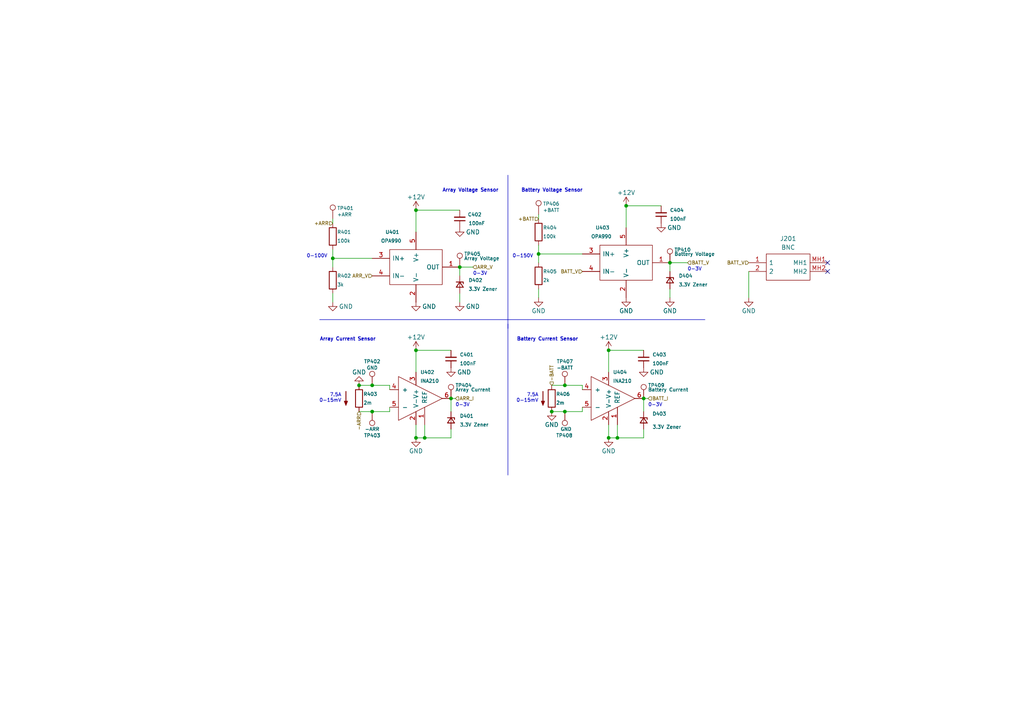
<source format=kicad_sch>
(kicad_sch (version 20230121) (generator eeschema)
  (paper "A4")
  (title_block (title "MPPT") (date "2023-01-30") (rev "v0.0.0") (comment 1 "Nishant Gupta") (comment 2 "Jacob Pustilnik"))
  (lib_symbols
    (symbol "CONBNC002:CONBNC002" (pin_names (offset 0.762))
      (property "Reference" "J" (at 19.05 7.62 0))
      (property "Value" "CONBNC002" (at 19.05 5.08 0))
      (symbol "CONBNC002_0_0"
        (pin passive line (at 0 0 0) (length 5.08) (name "1") (number "1"))
        (pin passive line (at 0 -2.54 0) (length 5.08) (name "2") (number "2"))
        (pin passive line (at 22.86 0 180) (length 5.08) (name "MH1") (number "MH1"))
        (pin passive line (at 22.86 -2.54 180) (length 5.08) (name "MH2") (number "MH2"))
      )
      (symbol "CONBNC002_0_1"
        (polyline (pts (xy 5.08 2.54) (xy 17.78 2.54) (xy 17.78 -5.08) (xy 5.08 -5.08) (xy 5.08 2.54)) (stroke (width 0.1524)))
      )
    )
    (symbol "Connector:TestPoint" (pin_numbers hide) (pin_names (offset 0.762) hide)
      (property "Reference" "TP" (at 0 6.858 0))
      (property "Value" "TestPoint" (at 0 5.08 0))
      (symbol "TestPoint_0_1"
        (circle (center 0 3.302) (radius 0.762))
      )
      (symbol "TestPoint_1_1"
        (pin passive line (at 0 0 90) (length 2.54) (name "1") (number "1"))
      )
    )
    (symbol "Device:C_Small" (pin_numbers hide) (pin_names (offset 0.254) hide)
      (property "Reference" "C" (at 0.254 1.778 0))
      (property "Value" "C_Small" (at 0.254 -2.032 0))
      (symbol "C_Small_0_1"
        (polyline (pts (xy -1.524 -0.508) (xy 1.524 -0.508)) (stroke (width 0.3302)))
        (polyline (pts (xy -1.524 0.508) (xy 1.524 0.508)) (stroke (width 0.3048)))
      )
      (symbol "C_Small_1_1"
        (pin passive line (at 0 2.54 270) (length 2.032) (name "~") (number "1"))
        (pin passive line (at 0 -2.54 90) (length 2.032) (name "~") (number "2"))
      )
    )
    (symbol "Device:D_Zener_Small" (pin_numbers hide) (pin_names (offset 0.254) hide)
      (property "Reference" "D" (at 0 2.286 0))
      (property "Value" "D_Zener_Small" (at 0 -2.286 0))
      (symbol "D_Zener_Small_0_1"
        (polyline (pts (xy 0.762 0) (xy -0.762 0)))
        (polyline (pts (xy -0.254 1.016) (xy -0.762 1.016) (xy -0.762 -1.016)) (stroke (width 0.254)))
        (polyline (pts (xy 0.762 1.016) (xy -0.762 0) (xy 0.762 -1.016) (xy 0.762 1.016)) (stroke (width 0.254)))
      )
      (symbol "D_Zener_Small_1_1"
        (pin passive line (at -2.54 0 0) (length 1.778) (name "K") (number "1"))
        (pin passive line (at 2.54 0 180) (length 1.778) (name "A") (number "2"))
      )
    )
    (symbol "Device:R" (pin_numbers hide) (pin_names (offset 0))
      (property "Reference" "R" (at 2.032 0 90))
      (property "Value" "R" (at 0 0 90))
      (symbol "R_0_1"
        (rectangle (start -1.016 -2.54) (end 1.016 2.54) (stroke (width 0.254)))
      )
      (symbol "R_1_1"
        (pin passive line (at 0 3.81 270) (length 1.27) (name "~") (number "1"))
        (pin passive line (at 0 -3.81 90) (length 1.27) (name "~") (number "2"))
      )
    )
    (symbol "GND_1" (power) (pin_names (offset 0))
      (property "Value" "GND_1" (at 0 -3.81 0))
      (symbol "GND_1_0_1"
        (polyline (pts (xy 0 0) (xy 0 -1.27) (xy 1.27 -1.27) (xy 0 -2.54) (xy -1.27 -1.27) (xy 0 -1.27)))
      )
      (symbol "GND_1_1_1"
        (pin power_in line (at 0 0 270) (length 0) hide (name "GND") (number "1"))
      )
    )
    (symbol "Graphic:SYM_Arrow_Small" (in_bom no) (on_board no)
      (symbol "SYM_Arrow_Small_0_1"
        (polyline (pts (xy 1.524 0) (xy -2.032 0)) (stroke (width 0.254)))
        (polyline (pts (xy 2.032 0) (xy 0.762 -0.508) (xy 0.762 0.508) (xy 2.032 0)) (fill (type outline)))
      )
    )
    (symbol "MPPT:OP_AMP_INA21x" (pin_names (offset 1.016))
      (property "Reference" "U" (at 5.08 -5.08 0))
      (property "Value" "OP_AMP_INA21x" (at 1.27 5.08 0))
      (symbol "OP_AMP_INA21x_0_1"
        (polyline (pts (xy -5.08 6.35) (xy 7.62 0) (xy -5.08 -6.35) (xy -5.08 6.35)))
      )
      (symbol "OP_AMP_INA21x_1_1"
        (pin input line (at 2.54 -7.62 90) (length 5.08) (name "REF") (number "1"))
        (pin power_in line (at 0 -7.62 90) (length 3.81) (name "V-") (number "2"))
        (pin power_in line (at 0 7.62 270) (length 3.81) (name "V+") (number "3"))
        (pin input line (at -7.62 2.54 0) (length 2.54) (name "+") (number "4"))
        (pin input line (at -7.62 -2.54 0) (length 2.54) (name "-") (number "5"))
        (pin output line (at 10.16 0 180) (length 2.54) (name "~") (number "6"))
      )
    )
    (symbol "OPA990IDCKR:OPA990IDCKR" (pin_names (offset 0.762))
      (property "Reference" "IC" (at 21.59 7.62 0))
      (property "Value" "OPA990IDCKR" (at 21.59 5.08 0))
      (symbol "OPA990IDCKR_0_0"
        (pin passive line (at 25.4 -2.54 180) (length 5.08) (name "OUT") (number "1"))
        (pin passive line (at 12.7 -12.7 90) (length 5.08) (name "V-") (number "2"))
        (pin passive line (at 0 0 0) (length 5.08) (name "IN+") (number "3"))
        (pin passive line (at 0 -5.08 0) (length 5.08) (name "IN-") (number "4"))
        (pin passive line (at 12.7 7.62 270) (length 5.08) (name "V+") (number "5"))
      )
      (symbol "OPA990IDCKR_0_1"
        (polyline (pts (xy 5.08 2.54) (xy 20.32 2.54) (xy 20.32 -7.62) (xy 5.08 -7.62) (xy 5.08 2.54)) (stroke (width 0.1524)))
      )
    )
    (symbol "power:+12V" (power) (pin_names (offset 0))
      (property "Value" "+12V" (at 0 3.556 0))
      (symbol "+12V_0_1"
        (polyline (pts (xy -0.762 1.27) (xy 0 2.54)))
        (polyline (pts (xy 0 0) (xy 0 2.54)))
        (polyline (pts (xy 0 2.54) (xy 0.762 1.27)))
      )
      (symbol "+12V_1_1"
        (pin power_in line (at 0 0 90) (length 0) hide (name "+12V") (number "1"))
      )
    )
  )
  (junction (at 156.21 73.66))
  (junction (at 130.81 115.57))
  (junction (at 176.53 101.6))
  (junction (at 120.65 101.6))
  (junction (at 181.61 59.69))
  (junction (at 176.53 127))
  (junction (at 179.07 127))
  (junction (at 163.83 111.76))
  (junction (at 186.69 115.57))
  (junction (at 107.95 111.76))
  (junction (at 120.65 60.96))
  (junction (at 133.35 77.47))
  (junction (at 96.52 74.93))
  (junction (at 163.83 119.38))
  (junction (at 104.14 111.76))
  (junction (at 194.31 76.2))
  (junction (at 123.19 127))
  (junction (at 120.65 127))
  (junction (at 160.02 119.38))
  (junction (at 107.95 119.38))
  (no_connect (at 240.03 76.2))
  (no_connect (at 240.03 78.74))
  (wire (pts (xy 96.52 63.5) (xy 96.52 64.77)))
  (wire (pts (xy 176.53 101.6) (xy 176.53 107.95)))
  (wire (pts (xy 130.81 115.57) (xy 130.81 119.38)))
  (wire (pts (xy 160.02 111.76) (xy 163.83 111.76)))
  (wire (pts (xy 194.31 76.2) (xy 199.39 76.2)))
  (wire (pts (xy 120.65 60.96) (xy 120.65 67.31)))
  (wire (pts (xy 120.65 101.6) (xy 120.65 107.95)))
  (wire (pts (xy 120.65 123.19) (xy 120.65 127)))
  (wire (pts (xy 217.17 78.74) (xy 217.17 86.36)))
  (wire (pts (xy 120.65 101.6) (xy 130.81 101.6)))
  (wire (pts (xy 132.08 115.57) (xy 130.81 115.57)))
  (wire (pts (xy 179.07 123.19) (xy 179.07 127)))
  (wire (pts (xy 113.03 119.38) (xy 107.95 119.38)))
  (wire (pts (xy 176.53 127) (xy 179.07 127)))
  (wire (pts (xy 160.02 119.38) (xy 163.83 119.38)))
  (wire (pts (xy 156.21 73.66) (xy 168.91 73.66)))
  (wire (pts (xy 176.53 101.6) (xy 186.69 101.6)))
  (wire (pts (xy 181.61 59.69) (xy 181.61 66.04)))
  (wire (pts (xy 156.21 73.66) (xy 156.21 76.2)))
  (wire (pts (xy 123.19 127) (xy 130.81 127)))
  (wire (pts (xy 96.52 85.09) (xy 96.52 87.63)))
  (wire (pts (xy 96.52 74.93) (xy 96.52 77.47)))
  (wire (pts (xy 107.95 111.76) (xy 104.14 111.76)))
  (wire (pts (xy 186.69 124.46) (xy 186.69 127)))
  (wire (pts (xy 133.35 77.47) (xy 137.16 77.47)))
  (wire (pts (xy 176.53 123.19) (xy 176.53 127)))
  (wire (pts (xy 186.69 115.57) (xy 186.69 119.38)))
  (wire (pts (xy 181.61 59.69) (xy 191.77 59.69)))
  (wire (pts (xy 133.35 80.01) (xy 133.35 77.47)))
  (wire (pts (xy 194.31 76.2) (xy 194.31 78.74)))
  (wire (pts (xy 107.95 111.76) (xy 113.03 111.76)))
  (wire (pts (xy 156.21 62.23) (xy 156.21 63.5)))
  (wire (pts (xy 168.91 113.03) (xy 168.91 111.76)))
  (wire (pts (xy 133.35 85.09) (xy 133.35 87.63)))
  (wire (pts (xy 194.31 83.82) (xy 194.31 86.36)))
  (wire (pts (xy 113.03 118.11) (xy 113.03 119.38)))
  (wire (pts (xy 107.95 119.38) (xy 104.14 119.38)))
  (polyline (pts (xy 147.32 92.71) (xy 147.32 95.25)))
  (wire (pts (xy 120.65 127) (xy 123.19 127)))
  (wire (pts (xy 123.19 123.19) (xy 123.19 127)))
  (wire (pts (xy 187.96 115.57) (xy 186.69 115.57)))
  (polyline (pts (xy 92.71 92.71) (xy 204.47 92.71)))
  (wire (pts (xy 130.81 124.46) (xy 130.81 127)))
  (wire (pts (xy 113.03 113.03) (xy 113.03 111.76)))
  (wire (pts (xy 156.21 83.82) (xy 156.21 86.36)))
  (wire (pts (xy 156.21 71.12) (xy 156.21 73.66)))
  (wire (pts (xy 96.52 74.93) (xy 107.95 74.93)))
  (wire (pts (xy 120.65 60.96) (xy 133.35 60.96)))
  (polyline (pts (xy 147.32 93.98) (xy 147.32 137.795)))
  (wire (pts (xy 96.52 72.39) (xy 96.52 74.93)))
  (wire (pts (xy 168.91 118.11) (xy 168.91 119.38)))
  (polyline (pts (xy 147.32 50.8) (xy 147.32 92.71)))
  (wire (pts (xy 179.07 127) (xy 186.69 127)))
  (wire (pts (xy 163.83 111.76) (xy 168.91 111.76)))
  (wire (pts (xy 163.83 119.38) (xy 168.91 119.38)))
  (text "0-3V" (at 199.39 78.74 0) (effects (font (size 1 1)) (justify left bottom)))
  (text "Battery Voltage Sensor" (at 151.13 55.88 0) (effects (font (size 1.016 1.016) (thickness 0.2032) bold) (justify left bottom)))
  (text "0-3V" (at 187.96 118.11 0) (effects (font (size 1 1)) (justify left bottom)))
  (text "0-3V" (at 132.08 118.11 0) (effects (font (size 1 1)) (justify left bottom)))
  (text "0-3V" (at 137.16 80.01 0) (effects (font (size 1 1)) (justify left bottom)))
  (text "Battery Current Sensor" (at 149.86 99.06 0) (effects (font (size 1.016 1.016) (thickness 0.2032) bold) (justify left bottom)))
  (text "7.5A\n0-15mV" (at 156.21 116.84 0) (effects (font (size 1 1)) (justify right bottom)))
  (text "Array Current Sensor" (at 92.71 99.06 0) (effects (font (size 1.016 1.016) (thickness 0.2032) bold) (justify left bottom)))
  (text "Array Voltage Sensor" (at 128.27 55.88 0) (effects (font (size 1.016 1.016) (thickness 0.2032) bold) (justify left bottom)))
  (text "7.5A\n0-15mV" (at 99.06 116.84 0) (effects (font (size 1 1)) (justify right bottom)))
  (text "0-150V" (at 148.59 74.93 0) (effects (font (size 1 1)) (justify left bottom)))
  (text "0-100V" (at 88.9 74.93 0) (effects (font (size 1 1)) (justify left bottom)))
  (hierarchical_label "BATT_V" (shape input) (at 217.17 76.2 180) (effects (font (size 1 1))))
  (hierarchical_label "ARR_V" (shape input) (at 107.95 80.01 180) (effects (font (size 1 1))))
  (hierarchical_label "+BATT" (shape input) (at 156.21 63.5 180) (effects (font (size 1 1))))
  (hierarchical_label "BATT_I" (shape input) (at 187.96 115.57 0) (effects (font (size 1 1))))
  (hierarchical_label "ARR_V" (shape input) (at 137.16 77.47 0) (effects (font (size 1 1))))
  (hierarchical_label "BATT_V" (shape input) (at 168.91 78.74 180) (effects (font (size 1 1))))
  (hierarchical_label "-ARR" (shape input) (at 104.14 119.38 270) (effects (font (size 1 1))))
  (hierarchical_label "-BATT" (shape input) (at 160.02 111.76 90) (effects (font (size 1 1))))
  (hierarchical_label "BATT_V" (shape input) (at 199.39 76.2 0) (effects (font (size 1 1))))
  (hierarchical_label "+ARR" (shape input) (at 96.52 64.77 180) (effects (font (size 1 1))))
  (hierarchical_label "ARR_I" (shape input) (at 132.08 115.57 0) (effects (font (size 1 1))))
  (symbol (lib_name "GND_1") (lib_id "power:GND") (at 186.69 106.68 0) (unit 1)
    (property "Reference" "#PWR0416" (effects hide))
    (property "Value" "GND" (at 190.5 107.95 0))
  )
  (symbol (lib_id "Connector:TestPoint") (at 194.31 76.2 0) (unit 1)
    (property "Reference" "TP410" (at 195.58 73.025 0) (effects (font (size 1 1)) (justify left bottom)))
    (property "Value" "Battery Voltage" (at 195.58 73.66 0) (effects (font (size 1 1)) (justify left)))
    (property "Footprint" "TestPoint:TestPoint_Keystone_5000-5004_Miniature" (effects hide))
    (property "Datasheet" "https://www.mouser.com/datasheet/2/215/5115_5119-743684.pdf" (effects hide))
    (property "Distributor" "Mouser" (effects hide))
    (property "Manufacturer" "Keystone Electronics" (effects hide))
    (property "P/N" "534-5116" (effects hide))
    (property "Color" "Green" (effects hide))
    (instances (project "mppt" (path "" (reference "TP410") (unit 1))) (project "MPPT" (path "" (reference "TP510") (unit 1))))
  )
  (symbol (lib_id "power:+12V") (at 120.65 101.6 0) (unit 1)
    (property "Reference" "#PWR0405" (effects hide))
    (property "Value" "+12V" (at 120.65 97.79 0))
  )
  (symbol (lib_name "GND_1") (lib_id "power:GND") (at 176.53 127 0) (unit 1)
    (property "Reference" "#PWR0413" (effects hide))
    (property "Value" "GND" (at 176.53 130.81 0))
  )
  (symbol (lib_id "power:+12V") (at 176.53 101.6 0) (unit 1)
    (property "Reference" "#PWR0412" (effects hide))
    (property "Value" "+12V" (at 176.53 97.79 0))
  )
  (symbol (lib_id "Connector:TestPoint") (at 186.69 115.57 0) (unit 1)
    (property "Reference" "TP409" (at 187.96 111.76 0) (effects (font (size 1 1)) (justify left)))
    (property "Value" "Battery Current" (at 187.96 113.03 0) (effects (font (size 1 1)) (justify left)))
    (property "Footprint" "TestPoint:TestPoint_Keystone_5000-5004_Miniature" (effects hide))
    (property "Datasheet" "https://www.mouser.com/datasheet/2/215/5115_5119-744073.pdf" (effects hide))
    (property "Distributor" "Mouser" (effects hide))
    (property "Manufacturer" "Keystone Electronics" (effects hide))
    (property "P/N" "534-5117" (effects hide))
    (property "Color" "Blue" (effects hide))
    (instances (project "mppt" (path "" (reference "TP409") (unit 1))) (project "MPPT" (path "" (reference "TP506") (unit 1))))
  )
  (symbol (lib_id "Device:R") (at 96.52 68.58 0) (mirror x) (unit 1)
    (property "Reference" "R401" (at 97.79 67.31 0) (effects (font (size 1 1)) (justify left)))
    (property "Value" "100k" (at 97.79 69.85 0) (effects (font (size 1 1)) (justify left)))
    (property "Footprint" "Resistor_SMD:R_0805_2012Metric" (effects hide))
    (property "Datasheet" "https://datasheet.lcsc.com/lcsc/2205312316_UNI-ROYAL-Uniroyal-Elec-0805W8F1003T5E_C149504.pdf" (effects hide))
    (property "Distributor" "JLCPCB" (effects hide))
    (property "Manufacturer" "Uniroyal Elec" (effects hide))
    (property "JLC P/N" "C149504" (effects hide))
    (property "P/N" "0805W8F1003T5E" (effects hide))
    (instances (project "mppt" (path "" (reference "R401") (unit 1))) (project "MPPT" (path "" (reference "R503") (unit 1))))
  )
  (symbol (lib_id "Device:D_Zener_Small") (at 194.31 81.28 270) (unit 1)
    (property "Reference" "D404" (at 196.85 80.01 90) (effects (font (size 1 1)) (justify left)))
    (property "Value" "3.3V Zener" (at 196.85 82.55 90) (effects (font (size 1 1)) (justify left)))
    (property "Footprint" "Diode_SMD:D_MiniMELF" (effects hide))
    (property "Datasheet" "https://datasheet.lcsc.com/lcsc/1811142211_ST-Semtech-ZMM3V3-M_C8056.pdf" (effects hide))
    (property "Distributor" "JLCPCB" (effects hide))
    (property "Manufacturer" "ST(Semtech)" (effects hide))
    (property "JLC P/N" "C8056" (effects hide))
    (property "P/N" "ZMM3V3-M" (effects hide))
    (instances (project "mppt" (path "" (reference "D404") (unit 1))) (project "MPPT" (path "" (reference "D504") (unit 1))))
  )
  (symbol (lib_id "Device:R") (at 156.21 67.31 0) (mirror x) (unit 1)
    (property "Reference" "R404" (at 157.48 66.04 0) (effects (font (size 1 1)) (justify left)))
    (property "Value" "100k" (at 157.48 68.58 0) (effects (font (size 1 1)) (justify left)))
    (property "Footprint" "Resistor_SMD:R_0805_2012Metric" (effects hide))
    (property "Datasheet" "https://datasheet.lcsc.com/lcsc/2205312316_UNI-ROYAL-Uniroyal-Elec-0805W8F1003T5E_C149504.pdf" (effects hide))
    (property "Distributor" "JLCPCB" (effects hide))
    (property "Manufacturer" "Uniroyal Elec" (effects hide))
    (property "JLC P/N" "C149504" (effects hide))
    (property "P/N" "0805W8F1003T5E" (effects hide))
    (instances (project "mppt" (path "" (reference "R404") (unit 1))) (project "MPPT" (path "" (reference "R505") (unit 1))))
  )
  (symbol (lib_name "GND_1") (lib_id "power:GND") (at 194.31 86.36 0) (unit 1)
    (property "Reference" "#PWR0418" (effects hide))
    (property "Value" "GND" (at 194.31 90.17 0))
  )
  (symbol (lib_name "GND_1") (lib_id "power:GND") (at 160.02 119.38 0) (unit 1)
    (property "Reference" "#PWR0411" (effects hide))
    (property "Value" "GND" (at 160.02 123.19 0))
  )
  (symbol (lib_id "Device:R") (at 104.14 115.57 0) (mirror x) (unit 1)
    (property "Reference" "R403" (at 105.41 114.3 0) (effects (font (size 1 1)) (justify left)))
    (property "Value" "2m" (at 105.41 116.84 0) (effects (font (size 1 1)) (justify left)))
    (property "Footprint" "Resistor_SMD:R_1206_3216Metric" (effects hide))
    (property "Datasheet" "https://www.mouser.com/datasheet/2/348/ROHM_S_A0011096104_1-2563399.pdf" (effects hide))
    (property "Distributor" "Mouser" (effects hide))
    (property "Manufacturer" "ROHM Semiconductor" (effects hide))
    (instances (project "mppt" (path "" (reference "R403") (unit 1))) (project "MPPT" (path "" (reference "R501") (unit 1))))
  )
  (symbol (lib_id "MPPT:OP_AMP_INA21x") (at 120.65 115.57 0) (unit 1)
    (property "Reference" "U402" (at 121.92 107.95 0) (effects (font (size 1 1)) (justify left)))
    (property "Value" "INA210" (at 121.92 110.49 0) (effects (font (size 1 1)) (justify left)))
    (property "Footprint" "Package_TO_SOT_SMD:SOT-363_SC-70-6_Handsoldering" (effects hide))
    (property "Datasheet" "https://www.ti.com/lit/gpn/INA210" (effects hide))
    (property "Distributor" "Texas Instruments" (effects hide))
    (property "Manufacturer" "Texas Instruments" (effects hide))
    (property "P/N" "595-INA210CQDCKRQ1" (effects hide))
    (instances (project "mppt" (path "" (reference "U402") (unit 1))) (project "MPPT" (path "" (reference "U501") (unit 1))))
  )
  (symbol (lib_id "Device:D_Zener_Small") (at 186.69 121.92 270) (unit 1)
    (property "Reference" "D403" (at 189.23 120.015 90) (effects (font (size 1 1)) (justify left)))
    (property "Value" "3.3V Zener" (at 189.23 123.825 90) (effects (font (size 1 1)) (justify left)))
    (property "Footprint" "Diode_SMD:D_MiniMELF" (effects hide))
    (property "Datasheet" "https://datasheet.lcsc.com/lcsc/1811142211_ST-Semtech-ZMM3V3-M_C8056.pdf" (effects hide))
    (property "Distributor" "JLCPCB" (effects hide))
    (property "Manufacturer" "ST(Semtech)" (effects hide))
    (property "JLC P/N" "C8056" (effects hide))
    (property "P/N" "ZMM3V3-M" (effects hide))
    (instances (project "mppt" (path "" (reference "D403") (unit 1))) (project "MPPT" (path "" (reference "D502") (unit 1))))
  )
  (symbol (lib_id "MPPT:OP_AMP_INA21x") (at 176.53 115.57 0) (unit 1)
    (property "Reference" "U404" (at 177.8 107.95 0) (effects (font (size 1 1)) (justify left)))
    (property "Value" "INA210" (at 177.8 110.49 0) (effects (font (size 1 1)) (justify left)))
    (property "Footprint" "Package_TO_SOT_SMD:SOT-363_SC-70-6_Handsoldering" (effects hide))
    (property "Datasheet" "https://www.ti.com/lit/gpn/INA210" (effects hide))
    (property "Distributor" "Texas Instruments" (effects hide))
    (property "Manufacturer" "Texas Instruments" (effects hide))
    (property "P/N" "595-INA210CQDCKRQ1" (effects hide))
    (instances (project "mppt" (path "" (reference "U404") (unit 1))) (project "MPPT" (path "" (reference "U502") (unit 1))))
  )
  (symbol (lib_id "Connector:TestPoint") (at 133.35 77.47 0) (unit 1)
    (property "Reference" "TP405" (at 134.62 73.66 0) (effects (font (size 1 1)) (justify left)))
    (property "Value" "Array Voltage" (at 134.62 74.93 0) (effects (font (size 1 1)) (justify left)))
    (property "Footprint" "TestPoint:TestPoint_Keystone_5000-5004_Miniature" (effects hide))
    (property "Datasheet" "https://www.mouser.com/datasheet/2/215/5115_5119-743684.pdf" (effects hide))
    (property "Distributor" "Mouser" (effects hide))
    (property "Manufacturer" "Keystone Electronics" (effects hide))
    (property "P/N" "534-5116" (effects hide))
    (property "Color" "Green" (effects hide))
    (instances (project "mppt" (path "" (reference "TP405") (unit 1))) (project "MPPT" (path "" (reference "TP508") (unit 1))))
  )
  (symbol (lib_id "Device:R") (at 96.52 81.28 0) (unit 1)
    (property "Reference" "R402" (at 97.79 80.01 0) (effects (font (size 1 1)) (justify left)))
    (property "Value" "3k" (at 97.79 82.55 0) (effects (font (size 1 1)) (justify left)))
    (property "Footprint" "Resistor_SMD:R_0805_2012Metric" (effects hide))
    (property "Datasheet" "https://datasheet.lcsc.com/lcsc/2206010200_UNI-ROYAL-Uniroyal-Elec-0805W8F3001T5E_C17661.pdf" (effects hide))
    (property "Distributor" "JLCPCB" (effects hide))
    (property "Manufacturer" "Uniroyal Elec" (effects hide))
    (property "JLC P/N" "C17661" (effects hide))
    (property "P/N" "0805W8F3001T5E" (effects hide))
    (instances (project "mppt" (path "" (reference "R402") (unit 1))) (project "MPPT" (path "" (reference "R504") (unit 1))))
  )
  (symbol (lib_name "GND_1") (lib_id "power:GND") (at 181.61 86.36 0) (unit 1)
    (property "Reference" "#PWR0415" (effects hide))
    (property "Value" "GND" (at 181.61 90.17 0))
  )
  (symbol (lib_id "CONBNC002:CONBNC002") (at 217.17 76.2 0) (unit 1)
    (property "Reference" "J201" (at 228.6 69.215 0))
    (property "Value" "BNC" (at 228.6 71.755 0))
    (property "Footprint" "mppt:CONBNC002" (effects hide))
    (property "Datasheet" "https://app.adam-tech.com/products/download/data_sheet/198045/rf1-01a-d-00-75-m-data-sheet.pdf" (effects hide))
    (property "Distributor" "Digikey" (effects hide))
    (property "Manufacturer" "Adam Tech" (effects hide))
    (property "P/N" "2057-RF1-01A-D-00-75-M-ND" (effects hide))
    (instances (project "mppt" (path "" (reference "J201") (unit 1)) (path "" (reference "J401") (unit 1))))
  )
  (symbol (lib_id "Connector:TestPoint") (at 107.95 111.76 0) (mirror y) (unit 1)
    (property "Reference" "TP402" (at 107.95 105.41 0) (effects (font (size 1 1)) (justify bottom)))
    (property "Value" "GND" (at 107.95 106.68 0) (effects (font (size 1 1))))
    (property "Footprint" "TestPoint:TestPoint_Keystone_5000-5004_Miniature" (effects hide))
    (property "Datasheet" "https://www.mouser.com/datasheet/2/215/000-5004-741181.pdf" (effects hide))
    (property "Distributor" "Mouser" (effects hide))
    (property "Manufacturer" "Keystone Electronics" (effects hide))
    (property "P/N" "534-5001" (effects hide))
    (property "Color" "Black" (effects hide))
    (instances (project "mppt" (path "" (reference "TP402") (unit 1))) (project "MPPT" (path "" (reference "TP501") (unit 1))))
  )
  (symbol (lib_id "Device:C_Small") (at 133.35 63.5 180) (unit 1)
    (property "Reference" "C402" (at 139.7 62.23 0) (effects (font (size 1 1)) (justify left)))
    (property "Value" "100nF" (at 135.89 64.77 0) (effects (font (size 1 1)) (justify right)))
    (property "Footprint" "Capacitor_SMD:C_0402_1005Metric" (effects hide))
    (property "Datasheet" "https://datasheet.lcsc.com/lcsc/1810191222_Samsung-Electro-Mechanics-CL05B104KB54PNC_C307331.pdf" (effects hide))
    (property "Distributor" "JLCPCB" (effects hide))
    (property "Manufacturer" "Samsung Electro-Mechanics" (effects hide))
    (property "JLC P/N" "C307331" (effects hide))
    (property "P/N" "CL05B104KB54PNC" (effects hide))
    (instances (project "mppt" (path "" (reference "C402") (unit 1))) (project "MPPT" (path "" (reference "C503") (unit 1))))
  )
  (symbol (lib_id "Connector:TestPoint") (at 96.52 63.5 0) (unit 1)
    (property "Reference" "TP401" (at 97.79 60.96 0) (effects (font (size 1 1)) (justify left bottom)))
    (property "Value" "+ARR" (at 97.79 62.23 0) (effects (font (size 1 1)) (justify left)))
    (property "Footprint" "TestPoint:TestPoint_Keystone_5000-5004_Miniature" (effects hide))
    (property "Datasheet" "https://www.mouser.com/datasheet/2/215/000-5004-741292.pdf" (effects hide))
    (property "Distributor" "Mouser" (effects hide))
    (property "Manufacturer" "Keystone Electronics" (effects hide))
    (property "P/N" "534-5003" (effects hide))
    (property "Color" "Orange" (effects hide))
    (instances (project "mppt" (path "" (reference "TP401") (unit 1))) (project "MPPT" (path "" (reference "TP507") (unit 1))))
  )
  (symbol (lib_name "GND_1") (lib_id "power:GND") (at 130.81 106.68 0) (unit 1)
    (property "Reference" "#PWR0407" (effects hide))
    (property "Value" "GND" (at 134.62 107.95 0))
  )
  (symbol (lib_id "Device:R") (at 156.21 80.01 0) (unit 1)
    (property "Reference" "R405" (at 157.48 78.74 0) (effects (font (size 1 1)) (justify left)))
    (property "Value" "2k" (at 157.48 81.28 0) (effects (font (size 1 1)) (justify left)))
    (property "Footprint" "Resistor_SMD:R_0805_2012Metric" (effects hide))
    (property "Datasheet" "https://datasheet.lcsc.com/lcsc/2206010200_UNI-ROYAL-Uniroyal-Elec-0805W8F2001T5E_C17604.pdf" (effects hide))
    (property "Distributor" "JLCPCB" (effects hide))
    (property "Manufacturer" "Uniroyal Elec" (effects hide))
    (property "JLC P/N" "C17604" (effects hide))
    (property "P/N" "0805W8F2001T5E" (effects hide))
    (instances (project "mppt" (path "" (reference "R405") (unit 1))) (project "MPPT" (path "" (reference "R506") (unit 1))))
  )
  (symbol (lib_name "GND_1") (lib_id "power:GND") (at 120.65 87.63 0) (unit 1)
    (property "Reference" "#PWR0404" (effects hide))
    (property "Value" "GND" (at 124.46 88.9 0))
  )
  (symbol (lib_id "Graphic:SYM_Arrow_Small") (at 157.48 115.57 270) (unit 1) (in_bom no) (on_board no)
    (property "Reference" "#SYM402" (effects hide))
    (property "Value" "SYM_Arrow_Small" (effects hide))
    (property "Sim.Enable" "0" (effects hide))
  )
  (symbol (lib_id "Device:C_Small") (at 130.81 104.14 180) (unit 1)
    (property "Reference" "C401" (at 133.35 102.87 0) (effects (font (size 1 1)) (justify right)))
    (property "Value" "100nF" (at 133.35 105.41 0) (effects (font (size 1 1)) (justify right)))
    (property "Footprint" "Capacitor_SMD:C_0402_1005Metric" (effects hide))
    (property "Datasheet" "https://datasheet.lcsc.com/lcsc/1810191222_Samsung-Electro-Mechanics-CL05B104KB54PNC_C307331.pdf" (effects hide))
    (property "Distributor" "JLCPCB" (effects hide))
    (property "Manufacturer" "Samsung Electro-Mechanics" (effects hide))
    (property "JLC P/N" "C307331" (effects hide))
    (property "P/N" "CL05B104KB54PNC" (effects hide))
    (instances (project "mppt" (path "" (reference "C401") (unit 1))) (project "MPPT" (path "" (reference "C501") (unit 1))))
  )
  (symbol (lib_id "power:+12V") (at 120.65 60.96 0) (unit 1)
    (property "Reference" "#PWR0403" (effects hide))
    (property "Value" "+12V" (at 120.65 57.15 0))
  )
  (symbol (lib_id "Graphic:SYM_Arrow_Small") (at 100.33 115.57 270) (unit 1) (in_bom no) (on_board no)
    (property "Reference" "#SYM401" (effects hide))
    (property "Value" "SYM_Arrow_Small" (effects hide))
    (property "Sim.Enable" "0" (effects hide))
  )
  (symbol (lib_id "Device:C_Small") (at 191.77 62.23 180) (unit 1)
    (property "Reference" "C404" (at 194.31 60.96 0) (effects (font (size 1 1)) (justify right)))
    (property "Value" "100nF" (at 194.31 63.5 0) (effects (font (size 1 1)) (justify right)))
    (property "Footprint" "Capacitor_SMD:C_0402_1005Metric" (effects hide))
    (property "Datasheet" "https://datasheet.lcsc.com/lcsc/1810191222_Samsung-Electro-Mechanics-CL05B104KB54PNC_C307331.pdf" (effects hide))
    (property "Distributor" "JLCPCB" (effects hide))
    (property "Manufacturer" "Samsung Electro-Mechanics" (effects hide))
    (property "JLC P/N" "C307331" (effects hide))
    (property "P/N" "CL05B104KB54PNC" (effects hide))
    (instances (project "mppt" (path "" (reference "C404") (unit 1))) (project "MPPT" (path "" (reference "C504") (unit 1))))
  )
  (symbol (lib_id "Device:R") (at 160.02 115.57 0) (mirror x) (unit 1)
    (property "Reference" "R406" (at 161.29 114.3 0) (effects (font (size 1 1)) (justify left)))
    (property "Value" "2m" (at 161.29 116.84 0) (effects (font (size 1 1)) (justify left)))
    (property "Footprint" "Resistor_SMD:R_1206_3216Metric" (effects hide))
    (property "Datasheet" "https://www.mouser.com/datasheet/2/348/ROHM_S_A0011096104_1-2563399.pdf" (effects hide))
    (property "Distributor" "Mouser" (effects hide))
    (property "Manufacturer" "ROHM Semiconductor" (effects hide))
    (instances (project "mppt" (path "" (reference "R406") (unit 1))) (project "MPPT" (path "" (reference "R502") (unit 1))))
  )
  (symbol (lib_name "GND_1") (lib_id "power:GND") (at 156.21 86.36 0) (unit 1)
    (property "Reference" "#PWR0410" (effects hide))
    (property "Value" "GND" (at 156.21 90.17 0))
  )
  (symbol (lib_name "GND_1") (lib_id "power:GND") (at 191.77 64.77 0) (unit 1)
    (property "Reference" "#PWR0417" (effects hide))
    (property "Value" "GND" (at 195.58 66.04 0))
  )
  (symbol (lib_id "Device:D_Zener_Small") (at 133.35 82.55 270) (unit 1)
    (property "Reference" "D402" (at 135.89 81.28 90) (effects (font (size 1 1)) (justify left)))
    (property "Value" "3.3V Zener" (at 135.89 83.82 90) (effects (font (size 1 1)) (justify left)))
    (property "Footprint" "Diode_SMD:D_MiniMELF" (effects hide))
    (property "Datasheet" "https://datasheet.lcsc.com/lcsc/1811142211_ST-Semtech-ZMM3V3-M_C8056.pdf" (effects hide))
    (property "Distributor" "JLCPCB" (effects hide))
    (property "Manufacturer" "ST(Semtech)" (effects hide))
    (property "JLC P/N" "C8056" (effects hide))
    (property "P/N" "ZMM3V3-M" (effects hide))
    (instances (project "mppt" (path "" (reference "D402") (unit 1))) (project "MPPT" (path "" (reference "D503") (unit 1))))
  )
  (symbol (lib_name "GND_1") (lib_id "power:GND") (at 120.65 127 0) (unit 1)
    (property "Reference" "#PWR0406" (effects hide))
    (property "Value" "GND" (at 120.65 130.81 0))
  )
  (symbol (lib_id "power:+12V") (at 181.61 59.69 0) (unit 1)
    (property "Reference" "#PWR0414" (effects hide))
    (property "Value" "+12V" (at 181.61 55.88 0))
  )
  (symbol (lib_name "GND_1") (lib_id "power:GND") (at 96.52 87.63 0) (unit 1)
    (property "Reference" "#PWR0401" (effects hide))
    (property "Value" "GND" (at 100.33 88.9 0))
  )
  (symbol (lib_id "Connector:TestPoint") (at 107.95 119.38 180) (unit 1)
    (property "Reference" "TP403" (at 107.95 125.73 0) (effects (font (size 1 1)) (justify bottom)))
    (property "Value" "-ARR" (at 107.95 124.46 0) (effects (font (size 1 1))))
    (property "Footprint" "TestPoint:TestPoint_Keystone_5000-5004_Miniature" (effects hide))
    (property "Datasheet" "https://www.mouser.com/datasheet/2/215/5115_5119-743683.pdf" (effects hide))
    (property "Distributor" "Mouser" (effects hide))
    (property "Manufacturer" "Keystone Electronics" (effects hide))
    (property "P/N" "534-5115" (effects hide))
    (property "Color" "Brown" (effects hide))
    (instances (project "mppt" (path "" (reference "TP403") (unit 1))) (project "MPPT" (path "" (reference "TP502") (unit 1))))
  )
  (symbol (lib_name "GND_1") (lib_id "power:GND") (at 104.14 111.76 180) (unit 1)
    (property "Reference" "#PWR0402" (effects hide))
    (property "Value" "GND" (at 104.14 107.95 0))
  )
  (symbol (lib_id "Connector:TestPoint") (at 156.21 62.23 0) (unit 1)
    (property "Reference" "TP406" (at 157.48 59.69 0) (effects (font (size 1 1)) (justify left bottom)))
    (property "Value" "+BATT" (at 157.48 60.96 0) (effects (font (size 1 1)) (justify left)))
    (property "Footprint" "TestPoint:TestPoint_Keystone_5000-5004_Miniature" (effects hide))
    (property "Datasheet" "https://www.mouser.com/datasheet/2/215/000-5004-741292.pdf" (effects hide))
    (property "Distributor" "Mouser" (effects hide))
    (property "Manufacturer" "Keystone Electronics" (effects hide))
    (property "P/N" "534-5003" (effects hide))
    (property "Color" "Orange" (effects hide))
    (instances (project "mppt" (path "" (reference "TP406") (unit 1))) (project "MPPT" (path "" (reference "TP509") (unit 1))))
  )
  (symbol (lib_id "OPA990IDCKR:OPA990IDCKR") (at 168.91 73.66 0) (unit 1)
    (property "Reference" "U403" (at 172.72 66.04 0) (effects (font (size 1 1)) (justify left)))
    (property "Value" "OPA990" (at 171.45 68.58 0) (effects (font (size 1 1)) (justify left)))
    (property "Footprint" "mppt:SOT65P210X110-5N" (effects hide))
    (property "Datasheet" "https://www.ti.com/lit/gpn/OPA990" (effects hide))
    (property "Distributor" "Mouser" (effects hide))
    (property "Manufacturer" "Texas Instruments" (effects hide))
    (property "P/N" "595-OPA990IDCKR" (effects hide))
    (instances (project "mppt" (path "" (reference "U403") (unit 1))) (project "MPPT" (path "" (reference "U504") (unit 1))))
  )
  (symbol (lib_id "Device:C_Small") (at 186.69 104.14 180) (unit 1)
    (property "Reference" "C403" (at 189.23 102.87 0) (effects (font (size 1 1)) (justify right)))
    (property "Value" "100nF" (at 189.23 105.41 0) (effects (font (size 1 1)) (justify right)))
    (property "Footprint" "Capacitor_SMD:C_0402_1005Metric" (effects hide))
    (property "Datasheet" "https://datasheet.lcsc.com/lcsc/1810191222_Samsung-Electro-Mechanics-CL05B104KB54PNC_C307331.pdf" (effects hide))
    (property "Distributor" "JLCPCB" (effects hide))
    (property "Manufacturer" "Samsung Electro-Mechanics" (effects hide))
    (property "JLC P/N" "C307331" (effects hide))
    (property "P/N" "CL05B104KB54PNC" (effects hide))
    (instances (project "mppt" (path "" (reference "C403") (unit 1))) (project "MPPT" (path "" (reference "C502") (unit 1))))
  )
  (symbol (lib_id "Connector:TestPoint") (at 130.81 115.57 0) (unit 1)
    (property "Reference" "TP404" (at 132.08 111.76 0) (effects (font (size 1 1)) (justify left)))
    (property "Value" "Array Current" (at 132.08 113.03 0) (effects (font (size 1 1)) (justify left)))
    (property "Footprint" "TestPoint:TestPoint_Keystone_5000-5004_Miniature" (effects hide))
    (property "Datasheet" "https://www.mouser.com/datasheet/2/215/5115_5119-744073.pdf" (effects hide))
    (property "Distributor" "Mouser" (effects hide))
    (property "Manufacturer" "Keystone Electronics" (effects hide))
    (property "P/N" "534-5117" (effects hide))
    (property "Color" "Blue" (effects hide))
    (instances (project "mppt" (path "" (reference "TP404") (unit 1))) (project "MPPT" (path "" (reference "TP503") (unit 1))))
  )
  (symbol (lib_name "GND_1") (lib_id "power:GND") (at 133.35 87.63 0) (unit 1)
    (property "Reference" "#PWR0409" (effects hide))
    (property "Value" "GND" (at 137.16 88.9 0))
  )
  (symbol (lib_id "Connector:TestPoint") (at 163.83 119.38 180) (unit 1)
    (property "Reference" "TP408" (at 161.29 125.73 0) (effects (font (size 1 1)) (justify right bottom)))
    (property "Value" "GND" (at 162.56 124.46 0) (effects (font (size 1 1)) (justify right)))
    (property "Footprint" "TestPoint:TestPoint_Keystone_5000-5004_Miniature" (effects hide))
    (property "Datasheet" "https://www.mouser.com/datasheet/2/215/000-5004-741181.pdf" (effects hide))
    (property "Distributor" "Mouser" (effects hide))
    (property "Manufacturer" "Keystone Electronics" (effects hide))
    (property "P/N" "534-5001" (effects hide))
    (property "Color" "Black" (effects hide))
    (instances (project "mppt" (path "" (reference "TP408") (unit 1))) (project "MPPT" (path "" (reference "TP505") (unit 1))))
  )
  (symbol (lib_name "GND_1") (lib_id "power:GND") (at 217.17 86.36 0) (unit 1)
    (property "Reference" "#PWR0419" (effects hide))
    (property "Value" "GND" (at 217.17 90.17 0))
  )
  (symbol (lib_name "GND_1") (lib_id "power:GND") (at 133.35 66.04 0) (unit 1)
    (property "Reference" "#PWR0408" (effects hide))
    (property "Value" "GND" (at 137.16 67.31 0))
  )
  (symbol (lib_id "Device:D_Zener_Small") (at 130.81 121.92 270) (unit 1)
    (property "Reference" "D401" (at 133.35 120.65 90) (effects (font (size 1 1)) (justify left)))
    (property "Value" "3.3V Zener" (at 133.35 123.19 90) (effects (font (size 1 1)) (justify left)))
    (property "Footprint" "Diode_SMD:D_MiniMELF" (effects hide))
    (property "Datasheet" "https://datasheet.lcsc.com/lcsc/1811142211_ST-Semtech-ZMM3V3-M_C8056.pdf" (effects hide))
    (property "Distributor" "JLCPCB" (effects hide))
    (property "Manufacturer" "ST(Semtech)" (effects hide))
    (property "JLC P/N" "C8056" (effects hide))
    (property "P/N" "ZMM3V3-M" (effects hide))
    (instances (project "mppt" (path "" (reference "D401") (unit 1))) (project "MPPT" (path "" (reference "D501") (unit 1))))
  )
  (symbol (lib_id "Connector:TestPoint") (at 163.83 111.76 0) (mirror y) (unit 1)
    (property "Reference" "TP407" (at 163.83 105.41 0) (effects (font (size 1 1)) (justify bottom)))
    (property "Value" "-BATT" (at 163.83 106.68 0) (effects (font (size 1 1))))
    (property "Footprint" "TestPoint:TestPoint_Keystone_5000-5004_Miniature" (effects hide))
    (property "Datasheet" "https://www.mouser.com/datasheet/2/215/5115_5119-743683.pdf" (effects hide))
    (property "Distributor" "Mouser" (effects hide))
    (property "Manufacturer" "Keystone Electronics" (effects hide))
    (property "P/N" "534-5115" (effects hide))
    (property "Color" "Brown" (effects hide))
    (instances (project "mppt" (path "" (reference "TP407") (unit 1))) (project "MPPT" (path "" (reference "TP504") (unit 1))))
  )
  (symbol (lib_id "OPA990IDCKR:OPA990IDCKR") (at 107.95 74.93 0) (unit 1)
    (property "Reference" "U401" (at 111.76 67.31 0) (effects (font (size 1 1)) (justify left)))
    (property "Value" "OPA990" (at 110.49 69.85 0) (effects (font (size 1 1)) (justify left)))
    (property "Footprint" "mppt:SOT65P210X110-5N" (effects hide))
    (property "Datasheet" "https://www.ti.com/lit/gpn/OPA990" (effects hide))
    (property "Distributor" "Mouser" (effects hide))
    (property "Manufacturer" "Texas Instruments" (effects hide))
    (property "P/N" "595-OPA990IDCKR" (effects hide))
    (instances (project "mppt" (path "" (reference "U401") (unit 1))) (project "MPPT" (path "" (reference "U503") (unit 1))))
  )
)
</source>
